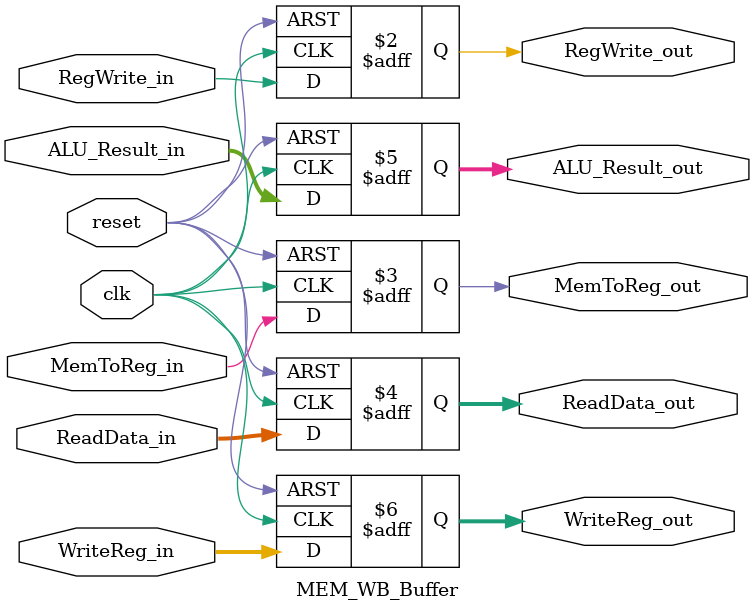
<source format=v>
`timescale 1ns/1ns

module MEM_WB_Buffer (
    input clk,
    input reset,

    // --- ENTRADAS (Vienen de la etapa MEM) ---

    // 1. Señales de Control WB (Las únicas sobrevivientes)
    input RegWrite_in,
    input MemToReg_in,

    // 2. Datos
    input [31:0] ReadData_in,  // Dato leído de la RAM (si fue un Load)
    input [31:0] ALU_Result_in,// Resultado de la ALU (pasó de largo por la etapa MEM)
    input [4:0]  WriteReg_in,  // Registro destino (que cargamos desde ID)

    // --- SALIDAS (Van a la etapa WB) ---

    output reg RegWrite_out,
    output reg MemToReg_out,

    output reg [31:0] ReadData_out,
    output reg [31:0] ALU_Result_out,
    output reg [4:0]  WriteReg_out
);

    always @(posedge clk or posedge reset) begin
        if (reset) begin
            // Limpieza (Flush)
            RegWrite_out   <= 0;
            MemToReg_out   <= 0;
            ReadData_out   <= 32'b0;
            ALU_Result_out <= 32'b0;
            WriteReg_out   <= 5'b0;
        end 
        else begin
            // Transporte
            RegWrite_out   <= RegWrite_in;
            MemToReg_out   <= MemToReg_in;
            ReadData_out   <= ReadData_in;
            ALU_Result_out <= ALU_Result_in;
            WriteReg_out   <= WriteReg_in;
        end
    end

endmodule

</source>
